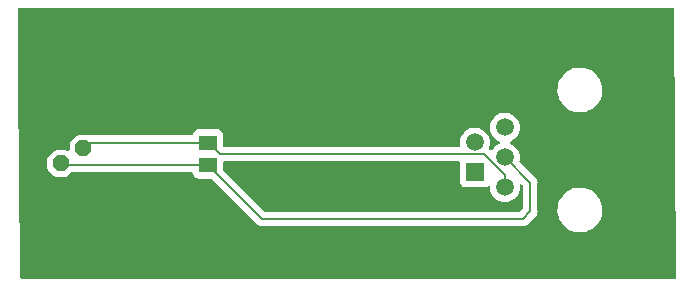
<source format=gtl>
G04 #@! TF.GenerationSoftware,KiCad,Pcbnew,7.0.6*
G04 #@! TF.CreationDate,2023-12-02T16:45:52-07:00*
G04 #@! TF.ProjectId,Temperature Senor Board V2 (2),54656d70-6572-4617-9475-72652053656e,rev?*
G04 #@! TF.SameCoordinates,Original*
G04 #@! TF.FileFunction,Copper,L1,Top*
G04 #@! TF.FilePolarity,Positive*
%FSLAX46Y46*%
G04 Gerber Fmt 4.6, Leading zero omitted, Abs format (unit mm)*
G04 Created by KiCad (PCBNEW 7.0.6) date 2023-12-02 16:45:52*
%MOMM*%
%LPD*%
G01*
G04 APERTURE LIST*
G04 Aperture macros list*
%AMOutline5P*
0 Free polygon, 5 corners , with rotation*
0 The origin of the aperture is its center*
0 number of corners: always 5*
0 $1 to $10 corner X, Y*
0 $11 Rotation angle, in degrees counterclockwise*
0 create outline with 5 corners*
4,1,5,$1,$2,$3,$4,$5,$6,$7,$8,$9,$10,$1,$2,$11*%
%AMOutline6P*
0 Free polygon, 6 corners , with rotation*
0 The origin of the aperture is its center*
0 number of corners: always 6*
0 $1 to $12 corner X, Y*
0 $13 Rotation angle, in degrees counterclockwise*
0 create outline with 6 corners*
4,1,6,$1,$2,$3,$4,$5,$6,$7,$8,$9,$10,$11,$12,$1,$2,$13*%
%AMOutline7P*
0 Free polygon, 7 corners , with rotation*
0 The origin of the aperture is its center*
0 number of corners: always 7*
0 $1 to $14 corner X, Y*
0 $15 Rotation angle, in degrees counterclockwise*
0 create outline with 7 corners*
4,1,7,$1,$2,$3,$4,$5,$6,$7,$8,$9,$10,$11,$12,$13,$14,$1,$2,$15*%
%AMOutline8P*
0 Free polygon, 8 corners , with rotation*
0 The origin of the aperture is its center*
0 number of corners: always 8*
0 $1 to $16 corner X, Y*
0 $17 Rotation angle, in degrees counterclockwise*
0 create outline with 8 corners*
4,1,8,$1,$2,$3,$4,$5,$6,$7,$8,$9,$10,$11,$12,$13,$14,$15,$16,$1,$2,$17*%
G04 Aperture macros list end*
G04 #@! TA.AperFunction,ComponentPad*
%ADD10Outline8P,-0.660400X0.273547X-0.273547X0.660400X0.273547X0.660400X0.660400X0.273547X0.660400X-0.273547X0.273547X-0.660400X-0.273547X-0.660400X-0.660400X-0.273547X270.000000*%
G04 #@! TD*
G04 #@! TA.AperFunction,ComponentPad*
%ADD11R,1.508000X1.508000*%
G04 #@! TD*
G04 #@! TA.AperFunction,ComponentPad*
%ADD12C,1.508000*%
G04 #@! TD*
G04 #@! TA.AperFunction,ComponentPad*
%ADD13C,2.475000*%
G04 #@! TD*
G04 #@! TA.AperFunction,SMDPad,CuDef*
%ADD14R,1.500000X1.300000*%
G04 #@! TD*
G04 #@! TA.AperFunction,ViaPad*
%ADD15C,0.600000*%
G04 #@! TD*
G04 #@! TA.AperFunction,Conductor*
%ADD16C,0.200000*%
G04 #@! TD*
G04 APERTURE END LIST*
D10*
X123443979Y-86995031D03*
X125348979Y-88265031D03*
X123443979Y-89535031D03*
D11*
X158496000Y-90292000D03*
D12*
X158496000Y-87752000D03*
X158496000Y-85212000D03*
X161036000Y-91562000D03*
X161036000Y-89022000D03*
X161036000Y-86482000D03*
D13*
X170436000Y-95252000D03*
X170436000Y-81532000D03*
D14*
X135890000Y-87762000D03*
X135890000Y-89662000D03*
D15*
X130175000Y-91567000D03*
X130429000Y-86233000D03*
X145161000Y-84201000D03*
X139192000Y-84201000D03*
X151257000Y-84201000D03*
X151257000Y-90424000D03*
X145161000Y-90424000D03*
X139192000Y-90424000D03*
D16*
X125852010Y-87762000D02*
X125348979Y-88265031D01*
X135890000Y-87762000D02*
X125852010Y-87762000D01*
X123570948Y-89662000D02*
X123443979Y-89535031D01*
X135890000Y-89662000D02*
X123570948Y-89662000D01*
X161036000Y-90495683D02*
X159298717Y-88758400D01*
X159298717Y-88758400D02*
X136886400Y-88758400D01*
X136886400Y-88758400D02*
X135890000Y-87762000D01*
X161036000Y-91562000D02*
X161036000Y-90495683D01*
X140462000Y-94234000D02*
X135890000Y-89662000D01*
X162560000Y-94234000D02*
X140462000Y-94234000D01*
X163195000Y-93599000D02*
X162560000Y-94234000D01*
X161036000Y-89022000D02*
X163195000Y-91181000D01*
X163195000Y-91181000D02*
X163195000Y-93599000D01*
G04 #@! TA.AperFunction,Conductor*
G36*
X157184749Y-89378585D02*
G01*
X157230504Y-89431389D01*
X157241009Y-89486806D01*
X157241500Y-89486806D01*
X157241500Y-89489393D01*
X157241531Y-89489557D01*
X157241500Y-89490133D01*
X157241500Y-91093870D01*
X157241501Y-91093876D01*
X157247908Y-91153483D01*
X157298202Y-91288328D01*
X157298206Y-91288335D01*
X157384452Y-91403544D01*
X157384455Y-91403547D01*
X157499664Y-91489793D01*
X157499671Y-91489797D01*
X157634517Y-91540091D01*
X157634516Y-91540091D01*
X157641444Y-91540835D01*
X157694127Y-91546500D01*
X159297872Y-91546499D01*
X159357483Y-91540091D01*
X159492331Y-91489796D01*
X159581388Y-91423127D01*
X159646851Y-91398710D01*
X159715125Y-91413561D01*
X159764530Y-91462966D01*
X159779383Y-91531239D01*
X159779227Y-91533200D01*
X159776708Y-91561996D01*
X159776708Y-91562002D01*
X159795838Y-91780668D01*
X159795839Y-91780675D01*
X159803761Y-91810238D01*
X159852653Y-91992703D01*
X159852654Y-91992706D01*
X159852655Y-91992708D01*
X159945419Y-92191642D01*
X159945423Y-92191650D01*
X160071322Y-92371452D01*
X160071327Y-92371458D01*
X160226541Y-92526672D01*
X160226547Y-92526677D01*
X160406349Y-92652576D01*
X160406351Y-92652577D01*
X160406354Y-92652579D01*
X160605297Y-92745347D01*
X160817326Y-92802161D01*
X160973521Y-92815826D01*
X161035998Y-92821292D01*
X161036000Y-92821292D01*
X161036002Y-92821292D01*
X161090668Y-92816509D01*
X161254674Y-92802161D01*
X161466703Y-92745347D01*
X161665646Y-92652579D01*
X161845457Y-92526674D01*
X162000674Y-92371457D01*
X162126579Y-92191646D01*
X162219347Y-91992703D01*
X162276161Y-91780674D01*
X162295292Y-91562000D01*
X162283616Y-91428546D01*
X162297382Y-91360049D01*
X162345997Y-91309866D01*
X162414026Y-91293932D01*
X162479870Y-91317307D01*
X162494823Y-91330057D01*
X162558182Y-91393416D01*
X162591666Y-91454737D01*
X162594500Y-91481096D01*
X162594500Y-93298902D01*
X162574815Y-93365941D01*
X162558181Y-93386583D01*
X162347584Y-93597181D01*
X162286261Y-93630666D01*
X162259903Y-93633500D01*
X140762097Y-93633500D01*
X140695058Y-93613815D01*
X140674416Y-93597181D01*
X137176818Y-90099583D01*
X137143333Y-90038260D01*
X137140499Y-90011902D01*
X137140499Y-89482900D01*
X137160184Y-89415861D01*
X137212988Y-89370106D01*
X137264499Y-89358900D01*
X157117710Y-89358900D01*
X157184749Y-89378585D01*
G37*
G04 #@! TD.AperFunction*
G04 #@! TA.AperFunction,Conductor*
G36*
X175330863Y-76372185D02*
G01*
X175376618Y-76424989D01*
X175387822Y-76475815D01*
X175513311Y-99189315D01*
X175493997Y-99256462D01*
X175441447Y-99302508D01*
X175389313Y-99314000D01*
X120137637Y-99314000D01*
X120070598Y-99294315D01*
X120024843Y-99241511D01*
X120013645Y-99191370D01*
X119910421Y-89849557D01*
X122283079Y-89849557D01*
X122293639Y-89933627D01*
X122348714Y-90066592D01*
X122348715Y-90066594D01*
X122348716Y-90066595D01*
X122400699Y-90133512D01*
X122400705Y-90133518D01*
X122845499Y-90578313D01*
X122845509Y-90578322D01*
X122869974Y-90597326D01*
X122912416Y-90630295D01*
X123045383Y-90685371D01*
X123129455Y-90695931D01*
X123129458Y-90695931D01*
X123758499Y-90695931D01*
X123758502Y-90695931D01*
X123842576Y-90685371D01*
X123975543Y-90630294D01*
X124042460Y-90578311D01*
X124321952Y-90298819D01*
X124383276Y-90265334D01*
X124409634Y-90262500D01*
X134517649Y-90262500D01*
X134584688Y-90282185D01*
X134630443Y-90334989D01*
X134640939Y-90373248D01*
X134645908Y-90419483D01*
X134696202Y-90554328D01*
X134696206Y-90554335D01*
X134782452Y-90669544D01*
X134782455Y-90669547D01*
X134897664Y-90755793D01*
X134897671Y-90755797D01*
X135032517Y-90806091D01*
X135032516Y-90806091D01*
X135039444Y-90806835D01*
X135092127Y-90812500D01*
X136139902Y-90812499D01*
X136206941Y-90832183D01*
X136227583Y-90848818D01*
X140006669Y-94627904D01*
X140012022Y-94634007D01*
X140033718Y-94662282D01*
X140159337Y-94758674D01*
X140161032Y-94759312D01*
X140305238Y-94819044D01*
X140383619Y-94829363D01*
X140461999Y-94839682D01*
X140462000Y-94839682D01*
X140497329Y-94835030D01*
X140505428Y-94834500D01*
X162516572Y-94834500D01*
X162524670Y-94835030D01*
X162560000Y-94839682D01*
X162560001Y-94839682D01*
X162612254Y-94832802D01*
X162716762Y-94819044D01*
X162862841Y-94758536D01*
X162862840Y-94758535D01*
X162881781Y-94750690D01*
X162886117Y-94742401D01*
X162899859Y-94730129D01*
X162988282Y-94662282D01*
X163009983Y-94633999D01*
X163015311Y-94627922D01*
X163588922Y-94054311D01*
X163594999Y-94048983D01*
X163623282Y-94027282D01*
X163719536Y-93901841D01*
X163780044Y-93755762D01*
X163795500Y-93638361D01*
X163800682Y-93599000D01*
X163796030Y-93563669D01*
X163795500Y-93555571D01*
X163795500Y-93541594D01*
X165481686Y-93541594D01*
X165512114Y-93818125D01*
X165582478Y-94087272D01*
X165637726Y-94217283D01*
X165691284Y-94343314D01*
X165836205Y-94580776D01*
X165836212Y-94580786D01*
X166014161Y-94794616D01*
X166014167Y-94794621D01*
X166179918Y-94943133D01*
X166221357Y-94980263D01*
X166453373Y-95133763D01*
X166705267Y-95251846D01*
X166705274Y-95251848D01*
X166705276Y-95251849D01*
X166971657Y-95331992D01*
X166971664Y-95331993D01*
X166971669Y-95331995D01*
X167246901Y-95372500D01*
X167246906Y-95372500D01*
X167455469Y-95372500D01*
X167515862Y-95368079D01*
X167663455Y-95357277D01*
X167934997Y-95296788D01*
X168194838Y-95197408D01*
X168437440Y-95061253D01*
X168657632Y-94891226D01*
X168850722Y-94690951D01*
X169012593Y-94464696D01*
X169088580Y-94316900D01*
X169139790Y-94217298D01*
X169139794Y-94217288D01*
X169139797Y-94217283D01*
X169229621Y-93953986D01*
X169280152Y-93680416D01*
X169290313Y-93402404D01*
X169259886Y-93125876D01*
X169189520Y-92856724D01*
X169080716Y-92600686D01*
X168935792Y-92363219D01*
X168844112Y-92253053D01*
X168757838Y-92149383D01*
X168757832Y-92149378D01*
X168550643Y-91963737D01*
X168318629Y-91810238D01*
X168318627Y-91810237D01*
X168066733Y-91692154D01*
X168066728Y-91692152D01*
X168066723Y-91692150D01*
X167800342Y-91612007D01*
X167800328Y-91612004D01*
X167681565Y-91594526D01*
X167525099Y-91571500D01*
X167316537Y-91571500D01*
X167316531Y-91571500D01*
X167108545Y-91586723D01*
X167108535Y-91586724D01*
X166837007Y-91647210D01*
X166836997Y-91647213D01*
X166577161Y-91746592D01*
X166334561Y-91882746D01*
X166334556Y-91882749D01*
X166114369Y-92052772D01*
X166114359Y-92052781D01*
X165921281Y-92253045D01*
X165921274Y-92253053D01*
X165759412Y-92479295D01*
X165759405Y-92479307D01*
X165632209Y-92726701D01*
X165632205Y-92726711D01*
X165542379Y-92990012D01*
X165542378Y-92990018D01*
X165491848Y-93263584D01*
X165491847Y-93263591D01*
X165481686Y-93541594D01*
X163795500Y-93541594D01*
X163795500Y-91224428D01*
X163796031Y-91216326D01*
X163800682Y-91180999D01*
X163800682Y-91180998D01*
X163780044Y-91024239D01*
X163780042Y-91024234D01*
X163719538Y-90878163D01*
X163719538Y-90878162D01*
X163696118Y-90847641D01*
X163664236Y-90806091D01*
X163623283Y-90752718D01*
X163595007Y-90731022D01*
X163588904Y-90725669D01*
X162290382Y-89427147D01*
X162256897Y-89365824D01*
X162258289Y-89307371D01*
X162276159Y-89240681D01*
X162276158Y-89240681D01*
X162276161Y-89240674D01*
X162292640Y-89052309D01*
X162295292Y-89022002D01*
X162295292Y-89021997D01*
X162287816Y-88936551D01*
X162276161Y-88803326D01*
X162219347Y-88591297D01*
X162126579Y-88392354D01*
X162126577Y-88392351D01*
X162126576Y-88392349D01*
X162000677Y-88212547D01*
X162000672Y-88212541D01*
X161845458Y-88057327D01*
X161845452Y-88057322D01*
X161665650Y-87931423D01*
X161665642Y-87931419D01*
X161526280Y-87866434D01*
X161521878Y-87864381D01*
X161469439Y-87818210D01*
X161450287Y-87751017D01*
X161470502Y-87684136D01*
X161521879Y-87639618D01*
X161665646Y-87572579D01*
X161845457Y-87446674D01*
X162000674Y-87291457D01*
X162126579Y-87111646D01*
X162219347Y-86912703D01*
X162276161Y-86700674D01*
X162290509Y-86536668D01*
X162295292Y-86482002D01*
X162295292Y-86481997D01*
X162276161Y-86263331D01*
X162276161Y-86263326D01*
X162219347Y-86051297D01*
X162126579Y-85852354D01*
X162126577Y-85852351D01*
X162126576Y-85852349D01*
X162000677Y-85672547D01*
X162000672Y-85672541D01*
X161845458Y-85517327D01*
X161845452Y-85517322D01*
X161665650Y-85391423D01*
X161665642Y-85391419D01*
X161466708Y-85298655D01*
X161466706Y-85298654D01*
X161466703Y-85298653D01*
X161315885Y-85258240D01*
X161254675Y-85241839D01*
X161254668Y-85241838D01*
X161036002Y-85222708D01*
X161035998Y-85222708D01*
X160817331Y-85241838D01*
X160817324Y-85241839D01*
X160694902Y-85274642D01*
X160605297Y-85298653D01*
X160605295Y-85298653D01*
X160605291Y-85298655D01*
X160406357Y-85391419D01*
X160406349Y-85391423D01*
X160226547Y-85517322D01*
X160226541Y-85517327D01*
X160071327Y-85672541D01*
X160071322Y-85672547D01*
X159945423Y-85852349D01*
X159945419Y-85852357D01*
X159852655Y-86051291D01*
X159795839Y-86263324D01*
X159795838Y-86263331D01*
X159776708Y-86481997D01*
X159776708Y-86482002D01*
X159792404Y-86661421D01*
X159795839Y-86700674D01*
X159852653Y-86912703D01*
X159852654Y-86912706D01*
X159852655Y-86912708D01*
X159945419Y-87111642D01*
X159945423Y-87111650D01*
X160071322Y-87291452D01*
X160071327Y-87291458D01*
X160226541Y-87446672D01*
X160226547Y-87446677D01*
X160406349Y-87572576D01*
X160406351Y-87572577D01*
X160406354Y-87572579D01*
X160490963Y-87612032D01*
X160550120Y-87639618D01*
X160602560Y-87685790D01*
X160621712Y-87752983D01*
X160601496Y-87819865D01*
X160550120Y-87864382D01*
X160406357Y-87931419D01*
X160406349Y-87931423D01*
X160226547Y-88057322D01*
X160226541Y-88057327D01*
X160071327Y-88212541D01*
X160071322Y-88212548D01*
X159962841Y-88367475D01*
X159908264Y-88411100D01*
X159838766Y-88418293D01*
X159776411Y-88386771D01*
X159773585Y-88384033D01*
X159754045Y-88364493D01*
X159748691Y-88358388D01*
X159726999Y-88330117D01*
X159719937Y-88324698D01*
X159678736Y-88268269D01*
X159674584Y-88198523D01*
X159678907Y-88183909D01*
X159679339Y-88182719D01*
X159679347Y-88182703D01*
X159736161Y-87970674D01*
X159750509Y-87806668D01*
X159755292Y-87752002D01*
X159755292Y-87751997D01*
X159736161Y-87533331D01*
X159736161Y-87533326D01*
X159679347Y-87321297D01*
X159586579Y-87122354D01*
X159586577Y-87122351D01*
X159586576Y-87122349D01*
X159460677Y-86942547D01*
X159460672Y-86942541D01*
X159305458Y-86787327D01*
X159305452Y-86787322D01*
X159125650Y-86661423D01*
X159125642Y-86661419D01*
X158926708Y-86568655D01*
X158926706Y-86568654D01*
X158926703Y-86568653D01*
X158775885Y-86528240D01*
X158714675Y-86511839D01*
X158714668Y-86511838D01*
X158496002Y-86492708D01*
X158495998Y-86492708D01*
X158277331Y-86511838D01*
X158277324Y-86511839D01*
X158154902Y-86544642D01*
X158065297Y-86568653D01*
X158065295Y-86568653D01*
X158065291Y-86568655D01*
X157866357Y-86661419D01*
X157866349Y-86661423D01*
X157686547Y-86787322D01*
X157686541Y-86787327D01*
X157531327Y-86942541D01*
X157531322Y-86942547D01*
X157405423Y-87122349D01*
X157405419Y-87122357D01*
X157312655Y-87321291D01*
X157255839Y-87533324D01*
X157255838Y-87533331D01*
X157236708Y-87751997D01*
X157236708Y-87752002D01*
X157255838Y-87970668D01*
X157255840Y-87970679D01*
X157264181Y-88001807D01*
X157262518Y-88071657D01*
X157223355Y-88129519D01*
X157159127Y-88157023D01*
X157144406Y-88157900D01*
X137264500Y-88157900D01*
X137197461Y-88138215D01*
X137151706Y-88085411D01*
X137140500Y-88033900D01*
X137140499Y-87064129D01*
X137140498Y-87064123D01*
X137134091Y-87004516D01*
X137083797Y-86869671D01*
X137083793Y-86869664D01*
X136997547Y-86754455D01*
X136997544Y-86754452D01*
X136882335Y-86668206D01*
X136882328Y-86668202D01*
X136747482Y-86617908D01*
X136747483Y-86617908D01*
X136687883Y-86611501D01*
X136687881Y-86611500D01*
X136687873Y-86611500D01*
X136687864Y-86611500D01*
X135092129Y-86611500D01*
X135092123Y-86611501D01*
X135032516Y-86617908D01*
X134897671Y-86668202D01*
X134897664Y-86668206D01*
X134782455Y-86754452D01*
X134782452Y-86754455D01*
X134696206Y-86869664D01*
X134696202Y-86869671D01*
X134645910Y-87004513D01*
X134645909Y-87004517D01*
X134640937Y-87050757D01*
X134614201Y-87115306D01*
X134556809Y-87155154D01*
X134517649Y-87161500D01*
X125895438Y-87161500D01*
X125887339Y-87160969D01*
X125862424Y-87157689D01*
X125831157Y-87149311D01*
X125747578Y-87114692D01*
X125747576Y-87114691D01*
X125747575Y-87114691D01*
X125747574Y-87114690D01*
X125747571Y-87114690D01*
X125663506Y-87104131D01*
X125663503Y-87104131D01*
X125034456Y-87104131D01*
X125034452Y-87104131D01*
X124950382Y-87114691D01*
X124817417Y-87169766D01*
X124750498Y-87221751D01*
X124750491Y-87221757D01*
X124305696Y-87666551D01*
X124305687Y-87666561D01*
X124253714Y-87733468D01*
X124198639Y-87866433D01*
X124198639Y-87866434D01*
X124188079Y-87950503D01*
X124188079Y-88351525D01*
X124168394Y-88418564D01*
X124115590Y-88464319D01*
X124046432Y-88474263D01*
X123988013Y-88449454D01*
X123975541Y-88439766D01*
X123842576Y-88384691D01*
X123758506Y-88374131D01*
X123758503Y-88374131D01*
X123129456Y-88374131D01*
X123129452Y-88374131D01*
X123045382Y-88384691D01*
X122912417Y-88439766D01*
X122845498Y-88491751D01*
X122845491Y-88491757D01*
X122400696Y-88936551D01*
X122400687Y-88936561D01*
X122348714Y-89003468D01*
X122293639Y-89136433D01*
X122293639Y-89136434D01*
X122283079Y-89220503D01*
X122283079Y-89849557D01*
X119910421Y-89849557D01*
X119838952Y-83381594D01*
X165481686Y-83381594D01*
X165512114Y-83658125D01*
X165582478Y-83927272D01*
X165637726Y-84057283D01*
X165691284Y-84183314D01*
X165836205Y-84420776D01*
X165836212Y-84420786D01*
X166014161Y-84634616D01*
X166014167Y-84634621D01*
X166179918Y-84783133D01*
X166221357Y-84820263D01*
X166453373Y-84973763D01*
X166705267Y-85091846D01*
X166705274Y-85091848D01*
X166705276Y-85091849D01*
X166971657Y-85171992D01*
X166971664Y-85171993D01*
X166971669Y-85171995D01*
X167246901Y-85212500D01*
X167246906Y-85212500D01*
X167455469Y-85212500D01*
X167515862Y-85208079D01*
X167663455Y-85197277D01*
X167934997Y-85136788D01*
X168194838Y-85037408D01*
X168437440Y-84901253D01*
X168657632Y-84731226D01*
X168850722Y-84530951D01*
X169012593Y-84304696D01*
X169088580Y-84156900D01*
X169139790Y-84057298D01*
X169139794Y-84057288D01*
X169139797Y-84057283D01*
X169229621Y-83793986D01*
X169280152Y-83520416D01*
X169290313Y-83242404D01*
X169259886Y-82965876D01*
X169189520Y-82696724D01*
X169080716Y-82440686D01*
X168935792Y-82203219D01*
X168844112Y-82093053D01*
X168757838Y-81989383D01*
X168757832Y-81989378D01*
X168550643Y-81803737D01*
X168318629Y-81650238D01*
X168318627Y-81650237D01*
X168066733Y-81532154D01*
X168066728Y-81532152D01*
X168066723Y-81532150D01*
X167800342Y-81452007D01*
X167800328Y-81452004D01*
X167681565Y-81434526D01*
X167525099Y-81411500D01*
X167316537Y-81411500D01*
X167316531Y-81411500D01*
X167108545Y-81426723D01*
X167108535Y-81426724D01*
X166837007Y-81487210D01*
X166836997Y-81487213D01*
X166577161Y-81586592D01*
X166334561Y-81722746D01*
X166334556Y-81722749D01*
X166114369Y-81892772D01*
X166114359Y-81892781D01*
X165921281Y-82093045D01*
X165921274Y-82093053D01*
X165759412Y-82319295D01*
X165759405Y-82319307D01*
X165632209Y-82566701D01*
X165632205Y-82566711D01*
X165542379Y-82830012D01*
X165542378Y-82830018D01*
X165491848Y-83103584D01*
X165491847Y-83103591D01*
X165481686Y-83381594D01*
X119838952Y-83381594D01*
X119786500Y-78634750D01*
X119786500Y-76476500D01*
X119806185Y-76409461D01*
X119858989Y-76363706D01*
X119910500Y-76352500D01*
X175263824Y-76352500D01*
X175330863Y-76372185D01*
G37*
G04 #@! TD.AperFunction*
M02*

</source>
